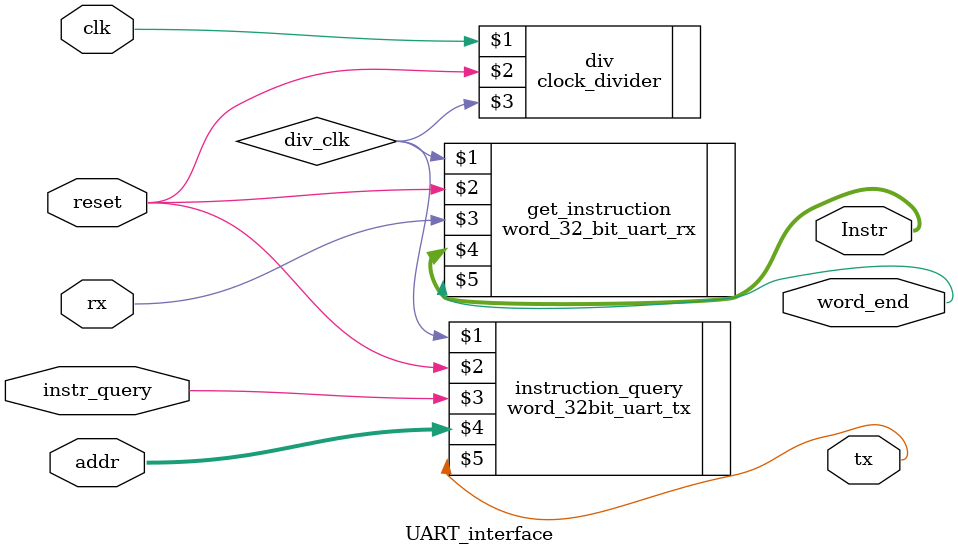
<source format=sv>
`timescale 1ns / 1ps


module UART_interface(
    input logic clk,reset,
    input logic instr_query,
    input logic [31:0] addr,
    input logic rx,
    output logic tx,
    output logic [31:0] Instr,
    output logic word_end
    );
    
    logic div_clk;
    
    clock_divider #(163) div(clk,reset, div_clk);
    
    word_32bit_uart_tx instruction_query(div_clk,reset,instr_query,addr,tx);
    
    word_32_bit_uart_rx get_instruction(div_clk,reset,rx,Instr,word_end); 
    
endmodule

</source>
